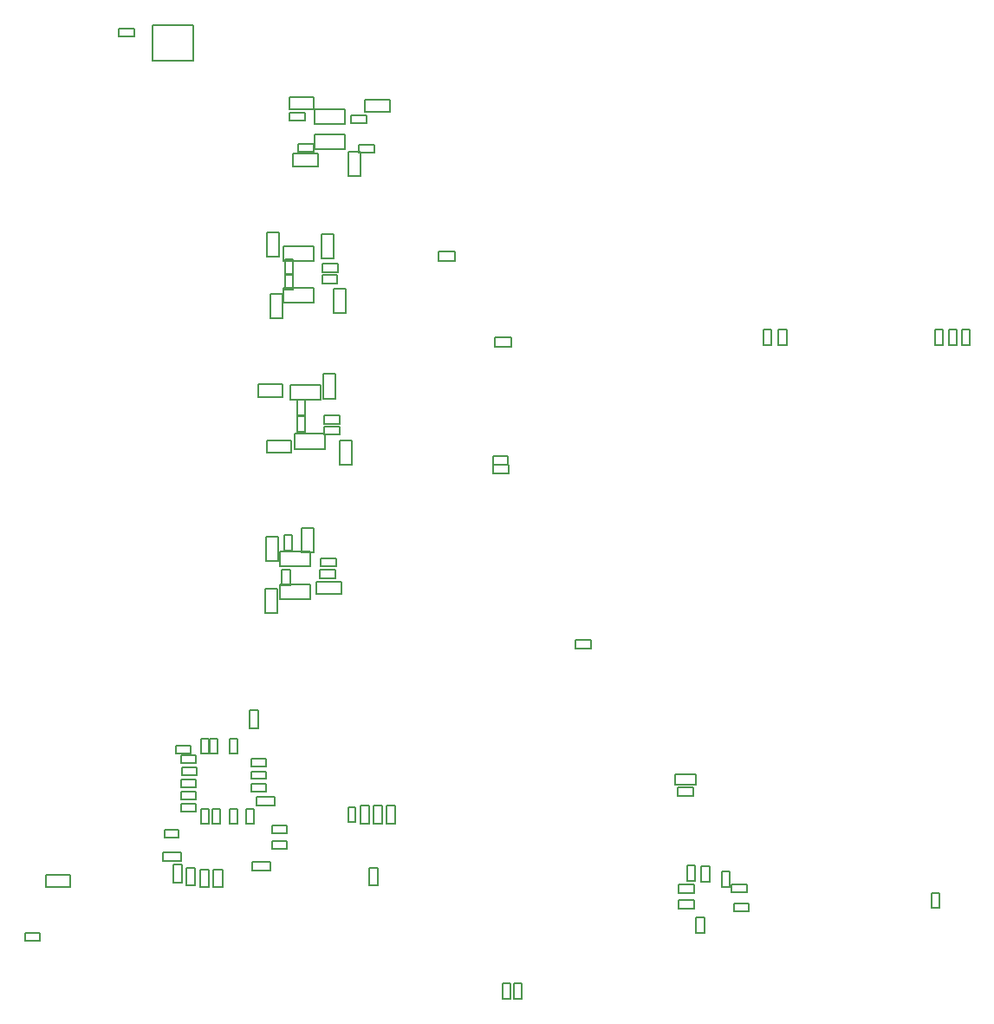
<source format=gbr>
G04*
G04 #@! TF.GenerationSoftware,Altium Limited,Altium Designer,24.2.2 (26)*
G04*
G04 Layer_Color=16711935*
%FSLAX25Y25*%
%MOIN*%
G70*
G04*
G04 #@! TF.SameCoordinates,383E0004-DF84-4F77-A050-2B2E5B934949*
G04*
G04*
G04 #@! TF.FilePolarity,Positive*
G04*
G01*
G75*
%ADD12C,0.00787*%
D12*
X120005Y-309302D02*
Y-305868D01*
X126983D01*
Y-309302D02*
Y-305868D01*
X120005Y-309302D02*
X126983D01*
X73055Y-13780D02*
Y-10630D01*
X67102Y-13780D02*
X73055D01*
X67102D02*
Y-10630D01*
X73055D01*
X36752Y-361460D02*
Y-358310D01*
X30799Y-361460D02*
X36752D01*
X30799D02*
Y-358310D01*
X36752D01*
X38976Y-340820D02*
Y-336096D01*
X48425D01*
Y-340820D02*
Y-336096D01*
X38976Y-340820D02*
X48425D01*
X320669Y-132413D02*
X323819D01*
X320669D02*
Y-126460D01*
X323819D01*
Y-132413D02*
Y-126460D01*
X391142Y-132413D02*
X394291D01*
X391142D02*
Y-126460D01*
X394291D01*
Y-132413D02*
Y-126460D01*
X380906Y-132413D02*
X384055D01*
X380906D02*
Y-126460D01*
X384055D01*
Y-132413D02*
Y-126460D01*
X386221Y-132413D02*
X389370D01*
X386221D02*
Y-126460D01*
X389370D01*
Y-132413D02*
Y-126460D01*
X314917Y-132413D02*
X318067D01*
X314917D02*
Y-126460D01*
X318067D01*
Y-132413D02*
Y-126460D01*
X95571Y-22933D02*
Y-9350D01*
X79823Y-22933D02*
X95571D01*
X79823D02*
Y-9350D01*
X95571D01*
X169897Y-309272D02*
X173332D01*
Y-316250D02*
Y-309272D01*
X169897Y-316250D02*
X173332D01*
X169897D02*
Y-309272D01*
X163340Y-340169D02*
X166775D01*
X163340D02*
Y-333191D01*
X166775D01*
Y-340169D02*
Y-333191D01*
X158091Y-315516D02*
Y-310005D01*
X155139D02*
X158091D01*
X155139Y-315516D02*
Y-310005D01*
Y-315516D02*
X158091D01*
X159897Y-309272D02*
X163332D01*
Y-316250D02*
Y-309272D01*
X159897Y-316250D02*
X163332D01*
X159897D02*
Y-309272D01*
X164897Y-316250D02*
X168332D01*
X164897D02*
Y-309272D01*
X168332D01*
Y-316250D02*
Y-309272D01*
X90967Y-330789D02*
Y-327354D01*
X83989Y-330789D02*
X90967D01*
X83989D02*
Y-327354D01*
X90967D01*
X118225Y-331031D02*
X125203D01*
X118225Y-334466D02*
Y-331031D01*
Y-334466D02*
X125203D01*
Y-331031D01*
X106895Y-340829D02*
Y-333851D01*
X103461D02*
X106895D01*
X103461Y-340829D02*
Y-333851D01*
Y-340829D02*
X106895D01*
X126118Y-317042D02*
X131630D01*
X126118Y-319995D02*
Y-317042D01*
Y-319995D02*
X131630D01*
Y-317042D01*
X126119Y-322955D02*
X131630D01*
X126119Y-325908D02*
Y-322955D01*
Y-325908D02*
X131630D01*
Y-322955D01*
X116068Y-316285D02*
Y-310774D01*
Y-316285D02*
X119021D01*
Y-310774D01*
X116068D02*
X119021D01*
X109769Y-316285D02*
Y-310774D01*
Y-316285D02*
X112722D01*
Y-310774D01*
X109769D02*
X112722D01*
X103076Y-316286D02*
Y-310774D01*
Y-316286D02*
X106028D01*
Y-310774D01*
X103076D02*
X106028D01*
X98312Y-340829D02*
Y-333850D01*
Y-340829D02*
X101747D01*
Y-333850D01*
X98312D02*
X101747D01*
X92894Y-340167D02*
Y-333189D01*
Y-340167D02*
X96329D01*
Y-333189D01*
X92894D02*
X96329D01*
X87897Y-339137D02*
Y-332158D01*
Y-339137D02*
X91332D01*
Y-332158D01*
X87897D02*
X91332D01*
X98745Y-316285D02*
Y-310774D01*
Y-316285D02*
X101698D01*
Y-310774D01*
X98745D02*
X101698D01*
X91068Y-308805D02*
X96580D01*
X91068Y-311758D02*
Y-308805D01*
Y-311758D02*
X96580D01*
Y-308805D01*
X91068Y-304081D02*
X96580D01*
X91068Y-307034D02*
Y-304081D01*
Y-307034D02*
X96580D01*
Y-304081D01*
X84496Y-321778D02*
X90008D01*
Y-318826D01*
X84496D02*
X90008D01*
X84496Y-321778D02*
Y-318826D01*
X117894Y-303884D02*
Y-300931D01*
X123691D01*
Y-303884D02*
Y-300931D01*
X117894Y-303884D02*
X123691D01*
X118036Y-299160D02*
X123548D01*
Y-296207D01*
X118036D02*
X123548D01*
X118036Y-299160D02*
Y-296207D01*
Y-294435D02*
X123548D01*
Y-291482D01*
X118036D02*
X123548D01*
X118036Y-294435D02*
Y-291482D01*
X112722Y-289317D02*
Y-283805D01*
X109769D02*
X112722D01*
X109769Y-289317D02*
Y-283805D01*
Y-289317D02*
X112722D01*
X104848Y-289317D02*
Y-283805D01*
X101895D02*
X104848D01*
X101895Y-289317D02*
Y-283805D01*
Y-289317D02*
X104848D01*
X101698D02*
Y-283805D01*
X98745D02*
X101698D01*
X98745Y-289317D02*
Y-283805D01*
Y-289317D02*
X101698D01*
X117205Y-272827D02*
X120640D01*
Y-279805D02*
Y-272827D01*
X117205Y-279805D02*
X120640D01*
X117205D02*
Y-272827D01*
X91363Y-294713D02*
X96875D01*
X91363Y-297666D02*
Y-294713D01*
Y-297666D02*
X96875D01*
Y-294713D01*
X91068Y-299357D02*
X96579D01*
X91068Y-302309D02*
Y-299357D01*
Y-302309D02*
X96579D01*
Y-299357D01*
X91068Y-289908D02*
X96580D01*
X91068Y-292860D02*
Y-289908D01*
Y-292860D02*
X96580D01*
Y-289908D01*
X89036Y-286364D02*
X94548D01*
X89036Y-289317D02*
Y-286364D01*
Y-289317D02*
X94548D01*
Y-286364D01*
X130390Y-116075D02*
X142036D01*
Y-110334D01*
X130390D02*
X142036D01*
X130390Y-116075D02*
Y-110334D01*
X134078Y-110934D02*
Y-104980D01*
X130929D02*
X134078D01*
X130929Y-110934D02*
Y-104980D01*
Y-110934D02*
X134078D01*
X130390Y-99930D02*
X142036D01*
Y-94189D01*
X130390D02*
X142036D01*
X130390Y-99930D02*
Y-94189D01*
X130929Y-105210D02*
Y-99257D01*
Y-105210D02*
X134078D01*
Y-99257D01*
X130929D02*
X134078D01*
X128665Y-98431D02*
Y-88982D01*
X123941D02*
X128665D01*
X123941Y-98431D02*
Y-88982D01*
Y-98431D02*
X128665D01*
X134112Y-58828D02*
X143561D01*
X134112Y-63552D02*
Y-58828D01*
Y-63552D02*
X143561D01*
Y-58828D01*
X135860Y-54878D02*
X141814D01*
X135860Y-58028D02*
Y-54878D01*
Y-58028D02*
X141814D01*
Y-54878D01*
X138744Y-46056D02*
Y-42906D01*
X132790Y-46056D02*
X138744D01*
X132790D02*
Y-42906D01*
X138744D01*
X141946Y-41732D02*
Y-37008D01*
X132497Y-41732D02*
X141946D01*
X132497D02*
Y-37008D01*
X141946D01*
X145143Y-108618D02*
X151096D01*
Y-105468D01*
X145143D02*
X151096D01*
X145143Y-108618D02*
Y-105468D01*
X145298Y-104287D02*
X151251D01*
Y-101138D01*
X145298D02*
X151251D01*
X145298Y-104287D02*
Y-101138D01*
X144921Y-99169D02*
X149646D01*
X144921D02*
Y-89720D01*
X149646D01*
Y-99169D02*
Y-89720D01*
X142339Y-51220D02*
X153986D01*
X142339Y-56961D02*
Y-51220D01*
Y-56961D02*
X153986D01*
Y-51220D01*
X153839Y-47512D02*
Y-41771D01*
X142192Y-47512D02*
X153839D01*
X142192D02*
Y-41771D01*
X153839D01*
X149713Y-120035D02*
Y-110587D01*
Y-120035D02*
X154437D01*
Y-110587D01*
X149713D02*
X154437D01*
X155255Y-67405D02*
Y-57956D01*
Y-67405D02*
X159979D01*
Y-57956D01*
X155255D02*
X159979D01*
X156412Y-47004D02*
X162365D01*
Y-43854D01*
X156412D02*
X162365D01*
X156412Y-47004D02*
Y-43854D01*
X132897Y-224694D02*
Y-218741D01*
X129748D02*
X132897D01*
X129748Y-224694D02*
Y-218741D01*
Y-224694D02*
X132897D01*
X123392Y-235390D02*
Y-225941D01*
Y-235390D02*
X128116D01*
Y-225941D01*
X123392D02*
X128116D01*
X128851Y-230083D02*
X140497D01*
Y-224342D01*
X128851D02*
X140497D01*
X128851Y-230083D02*
Y-224342D01*
X128883Y-217493D02*
X140530D01*
Y-211752D01*
X128883D02*
X140530D01*
X128883Y-217493D02*
Y-211752D01*
X128247Y-215508D02*
Y-206059D01*
X123523D02*
X128247D01*
X123523Y-215508D02*
Y-206059D01*
Y-215508D02*
X128247D01*
X133624Y-211398D02*
Y-205445D01*
X130474D02*
X133624D01*
X130474Y-211398D02*
Y-205445D01*
Y-211398D02*
X133624D01*
X141908Y-212031D02*
Y-202582D01*
X137183D02*
X141908D01*
X137183Y-212031D02*
Y-202582D01*
Y-212031D02*
X141908D01*
X123941Y-168854D02*
X133389D01*
X123941Y-173579D02*
Y-168854D01*
Y-173579D02*
X133389D01*
Y-168854D01*
X120563Y-147467D02*
X130012D01*
X120563Y-152191D02*
Y-147467D01*
Y-152191D02*
X130012D01*
Y-147467D01*
X125294Y-112666D02*
X130019D01*
Y-122115D02*
Y-112666D01*
X125294Y-122115D02*
X130019D01*
X125294D02*
Y-112666D01*
X134505Y-172234D02*
X146152D01*
Y-166493D01*
X134505D02*
X146152D01*
X134505Y-172234D02*
Y-166493D01*
X138796Y-165654D02*
Y-159701D01*
X135647D02*
X138796D01*
X135647Y-165654D02*
Y-159701D01*
Y-165654D02*
X138796D01*
X135631Y-159279D02*
Y-153325D01*
Y-159279D02*
X138781D01*
Y-153325D01*
X135631D02*
X138781D01*
X133013Y-153474D02*
X144660D01*
Y-147733D01*
X133013D02*
X144660D01*
X133013Y-153474D02*
Y-147733D01*
X143086Y-227909D02*
X152535D01*
Y-223185D01*
X143086D02*
X152535D01*
X143086Y-227909D02*
Y-223185D01*
X144362Y-221993D02*
X150315D01*
Y-218844D01*
X144362D02*
X150315D01*
X144362Y-221993D02*
Y-218844D01*
X144606Y-217379D02*
X150559D01*
Y-214229D01*
X144606D02*
X150559D01*
X144606Y-217379D02*
Y-214229D01*
X146087Y-166689D02*
X152040D01*
Y-163539D01*
X146087D02*
X152040D01*
X146087Y-166689D02*
Y-163539D01*
X145882Y-162555D02*
X151835D01*
Y-159406D01*
X145882D02*
X151835D01*
X145882Y-162555D02*
Y-159406D01*
X150369Y-152909D02*
Y-143461D01*
X145645D02*
X150369D01*
X145645Y-152909D02*
Y-143461D01*
Y-152909D02*
X150369D01*
X151884Y-178378D02*
Y-168929D01*
Y-178378D02*
X156609D01*
Y-168929D01*
X151884D02*
X156609D01*
X161769Y-42627D02*
Y-37902D01*
X171218D01*
Y-42627D02*
Y-37902D01*
X161769Y-42627D02*
X171218D01*
X210835Y-178234D02*
Y-175085D01*
X216788D01*
Y-178234D02*
Y-175085D01*
X210835Y-178234D02*
X216788D01*
X211738Y-133043D02*
X217939D01*
Y-129500D01*
X211738D02*
X217939D01*
X211738Y-133043D02*
Y-129500D01*
X210892Y-181615D02*
Y-178465D01*
X216846D01*
Y-181615D02*
Y-178465D01*
X210892Y-181615D02*
X216846D01*
X298955Y-340639D02*
Y-334685D01*
Y-340639D02*
X302105D01*
Y-334685D01*
X298955D02*
X302105D01*
X189994Y-100019D02*
Y-96475D01*
X196194D01*
Y-100019D02*
Y-96475D01*
X189994Y-100019D02*
X196194D01*
X217695Y-383577D02*
Y-377623D01*
X214545D02*
X217695D01*
X214545Y-383577D02*
Y-377623D01*
Y-383577D02*
X217695D01*
X289079Y-358443D02*
X292229D01*
X289079D02*
Y-352490D01*
X292229D01*
Y-358443D02*
Y-352490D01*
X308473Y-342671D02*
Y-339522D01*
X302520Y-342671D02*
X308473D01*
X302520D02*
Y-339522D01*
X308473D01*
X309456Y-350073D02*
Y-346923D01*
X303502Y-350073D02*
X309456D01*
X303502D02*
Y-346923D01*
X309456D01*
X282441Y-348851D02*
Y-345701D01*
X288394D01*
Y-348851D02*
Y-345701D01*
X282441Y-348851D02*
X288394D01*
X282441Y-342945D02*
Y-339795D01*
X288394D01*
Y-342945D02*
Y-339795D01*
X282441Y-342945D02*
X288394D01*
X285474Y-332505D02*
X288624D01*
Y-338459D02*
Y-332505D01*
X285474Y-338459D02*
X288624D01*
X285474D02*
Y-332505D01*
X291047Y-332609D02*
X294197D01*
Y-338563D02*
Y-332609D01*
X291047Y-338563D02*
X294197D01*
X291047D02*
Y-332609D01*
X280895Y-301418D02*
X289055D01*
Y-297195D01*
X280895D02*
X289055D01*
X280895Y-301418D02*
Y-297195D01*
X379528Y-342850D02*
X382677D01*
Y-348803D02*
Y-342850D01*
X379528Y-348803D02*
X382677D01*
X379528D02*
Y-342850D01*
X218845Y-383577D02*
X221995D01*
X218845D02*
Y-377623D01*
X221995D01*
Y-383577D02*
Y-377623D01*
X248550Y-248992D02*
Y-245842D01*
X242597Y-248992D02*
X248550D01*
X242597D02*
Y-245842D01*
X248550D01*
X159318Y-58420D02*
Y-55270D01*
X165271D01*
Y-58420D02*
Y-55270D01*
X159318Y-58420D02*
X165271D01*
X281998Y-305606D02*
Y-302456D01*
X287951D01*
Y-305606D02*
Y-302456D01*
X281998Y-305606D02*
X287951D01*
M02*

</source>
